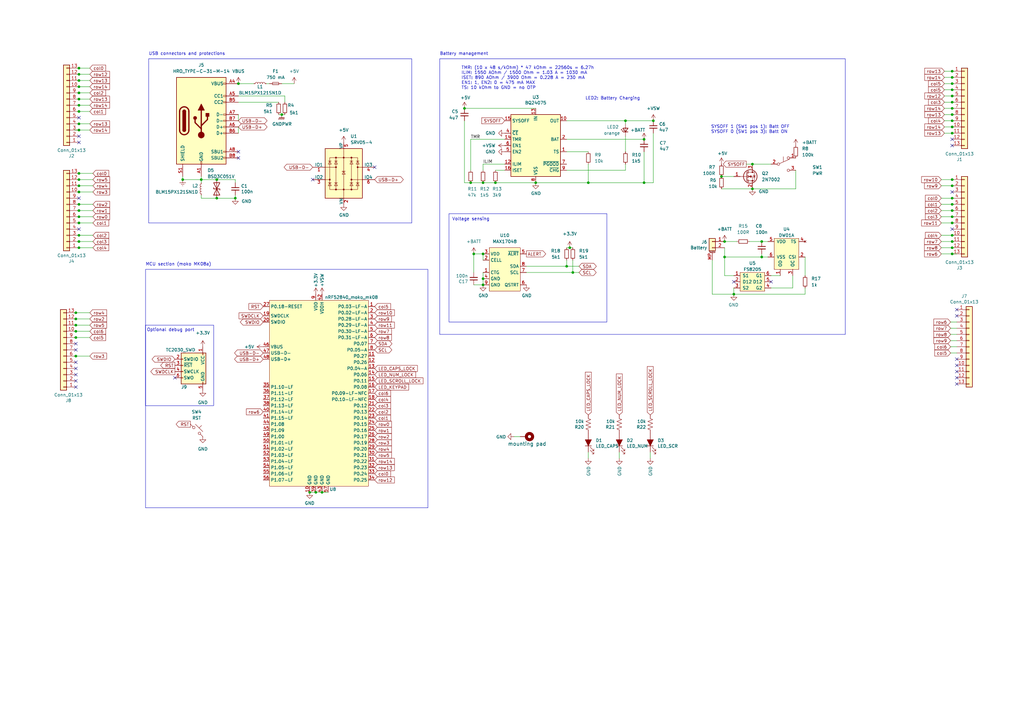
<source format=kicad_sch>
(kicad_sch (version 20250114) (generator "eeschema") (generator_version "9.0")
  (paper "A3")
  (title_block (title "Gorillaz") (rev "0.1") (company "nol00p"))
  (rectangle (start 59.69 133.35) (end 87.63 166.37))
  (rectangle (start 60.96 24.13) (end 168.91 91.44))
  (rectangle (start 180.34 24.13) (end 346.71 137.16))
  (rectangle (start 59.69 110.49) (end 175.514 208.28))
  (rectangle (start 184.15 87.63) (end 248.92 132.08))
  (text "MCU section (moko MK08a)" (at 59.69 109.22 0) (effects (font (size 1.27 1.27)) (justify left bottom)))
  (text "Battery management" (at 180.34 22.86 0) (effects (font (size 1.27 1.27)) (justify left bottom)))
  (text "Voltage sensing" (at 185.42 90.678 0) (effects (font (size 1.27 1.27)) (justify left bottom)))
  (text "USB connectors and protections" (at 60.96 22.86 0) (effects (font (size 1.27 1.27)) (justify left bottom)))
  (text "SYSOFF 1 (SW1 pos 1): Batt OFF\nSYSOFF 0 (SW1 pos 3): Batt ON" (at 291.592 54.864 0) (effects (font (size 1.27 1.27)) (justify left bottom)))
  (text "TMR: (10 x 48 s/kOhm) * 47 kOhm = 22560s = 6.27h\nILIM: 1550 AOhm / 1500 Ohm = 1.03 A = 1030 mA\nISET: 890 AOhm / 3900 Ohm = 0.228 A = 230 mA\nEN1: 1, EN2: 0 = 475 mA MAX\nTS: 10 kOhm to GND = no OTP" (at 189.23 36.83 0) (effects (font (size 1.27 1.27)) (justify left bottom)))
  (text "\nLED2: Battery Charging" (at 240.03 41.148 0) (effects (font (size 1.27 1.27)) (justify left bottom)))
  (text "Optional debug port" (at 60.198 136.144 0) (effects (font (size 1.27 1.27)) (justify left bottom)))
  (junction (at 32.385 50.8))
  (junction (at 297.18 105.41))
  (junction (at 32.385 38.1))
  (junction (at 32.385 96.52))
  (junction (at 390.525 101.6))
  (junction (at 295.91 72.39))
  (junction (at 390.525 31.75))
  (junction (at 32.385 27.94))
  (junction (at 31.115 138.43))
  (junction (at 264.16 74.93))
  (junction (at 193.04 74.93) (diameter 0.9144))
  (junction (at 32.385 35.56))
  (junction (at 390.525 76.2))
  (junction (at 129.54 201.93))
  (junction (at 203.2 74.93) (diameter 0.9144))
  (junction (at 32.385 40.64))
  (junction (at 74.93 73.66))
  (junction (at 198.12 74.93) (diameter 0.9144))
  (junction (at 308.61 67.31))
  (junction (at 32.385 30.48))
  (junction (at 390.525 86.36))
  (junction (at 312.42 99.06))
  (junction (at 267.97 49.53))
  (junction (at 32.385 101.6))
  (junction (at 390.525 29.21))
  (junction (at 31.115 130.81))
  (junction (at 115.57 46.99))
  (junction (at 390.525 88.9))
  (junction (at 297.18 99.06))
  (junction (at 198.12 116.84))
  (junction (at 390.525 46.99))
  (junction (at 390.525 39.37))
  (junction (at 390.525 73.66))
  (junction (at 32.385 76.2))
  (junction (at 190.5 44.45))
  (junction (at 32.385 71.12))
  (junction (at 390.525 54.61))
  (junction (at 390.525 81.28))
  (junction (at 31.115 133.35))
  (junction (at 390.525 44.45))
  (junction (at 32.385 86.36))
  (junction (at 256.54 49.53))
  (junction (at 32.385 78.74))
  (junction (at 300.99 120.65))
  (junction (at 82.55 73.66))
  (junction (at 31.115 146.05))
  (junction (at 31.115 135.89))
  (junction (at 97.79 34.29))
  (junction (at 32.385 43.18))
  (junction (at 31.115 128.27))
  (junction (at 390.525 83.82))
  (junction (at 32.385 88.9))
  (junction (at 233.68 101.6))
  (junction (at 308.61 77.47))
  (junction (at 194.31 104.14))
  (junction (at 88.9 73.66))
  (junction (at 32.385 91.44))
  (junction (at 127 201.93))
  (junction (at 198.12 114.3))
  (junction (at 232.41 109.22))
  (junction (at 198.12 104.14))
  (junction (at 390.525 52.07))
  (junction (at 390.525 99.06))
  (junction (at 32.385 33.02))
  (junction (at 88.9 81.28))
  (junction (at 390.525 49.53))
  (junction (at 390.525 91.44))
  (junction (at 390.525 41.91))
  (junction (at 390.525 104.14))
  (junction (at 312.42 105.41))
  (junction (at 96.52 81.28))
  (junction (at 234.95 111.76))
  (junction (at 219.71 74.93) (diameter 0.9144))
  (junction (at 32.385 83.82))
  (junction (at 32.385 73.66))
  (junction (at 32.385 45.72))
  (junction (at 390.525 34.29))
  (junction (at 241.3 74.93))
  (junction (at 32.385 99.06))
  (junction (at 390.525 96.52))
  (junction (at 264.16 57.15) (diameter 0.9144))
  (junction (at 132.08 201.93))
  (junction (at 390.525 36.83))
  (junction (at 32.385 53.34))
  (no_connect (at 32.385 81.28))
  (no_connect (at 32.385 48.26))
  (no_connect (at 32.385 93.98))
  (no_connect (at 390.525 59.69))
  (no_connect (at 31.115 151.13))
  (no_connect (at 97.79 64.77))
  (no_connect (at 31.115 140.97))
  (no_connect (at 392.43 127))
  (no_connect (at 31.115 143.51))
  (no_connect (at 392.43 129.54))
  (no_connect (at 32.385 55.88))
  (no_connect (at 31.115 158.75))
  (no_connect (at 392.43 157.48))
  (no_connect (at 392.43 152.4))
  (no_connect (at 390.525 78.74))
  (no_connect (at 390.525 57.15))
  (no_connect (at 392.43 149.86))
  (no_connect (at 300.99 115.57))
  (no_connect (at 392.43 154.94))
  (no_connect (at 32.385 58.42))
  (no_connect (at 390.525 93.98))
  (no_connect (at 316.23 115.57))
  (no_connect (at 97.79 62.23))
  (no_connect (at 392.43 147.32))
  (no_connect (at 153.67 68.58))
  (no_connect (at 31.115 148.59))
  (no_connect (at 31.115 156.21))
  (no_connect (at 31.115 153.67))
  (no_connect (at 71.755 154.94))
  (no_connect (at 128.27 73.66))
  (wire (pts (xy 389.89 142.24) (xy 392.43 142.24)))
  (wire (pts (xy 32.385 38.1) (xy 36.83 38.1)))
  (wire (pts (xy 97.79 34.29) (xy 104.14 34.29)))
  (wire (pts (xy 97.79 52.07) (xy 97.79 54.61)))
  (wire (pts (xy 241.3 74.93) (xy 264.16 74.93)))
  (wire (pts (xy 386.08 101.6) (xy 390.525 101.6)))
  (wire (pts (xy 390.525 34.29) (xy 391.16 34.29)))
  (wire (pts (xy 390.525 81.28) (xy 391.16 81.28)))
  (wire (pts (xy 31.115 138.43) (xy 36.83 138.43)))
  (wire (pts (xy 82.55 81.28) (xy 88.9 81.28)))
  (wire (pts (xy 390.525 88.9) (xy 391.16 88.9)))
  (wire (pts (xy 31.115 128.27) (xy 36.83 128.27)))
  (wire (pts (xy 234.95 111.76) (xy 237.49 111.76)))
  (wire (pts (xy 194.31 104.14) (xy 198.12 104.14)))
  (wire (pts (xy 31.115 130.81) (xy 36.83 130.81)))
  (wire (pts (xy 31.75 86.36) (xy 32.385 86.36)))
  (wire (pts (xy 30.48 128.27) (xy 31.115 128.27)))
  (wire (pts (xy 115.57 46.99) (xy 116.84 46.99)))
  (wire (pts (xy 387.35 31.75) (xy 390.525 31.75)))
  (wire (pts (xy 386.08 91.44) (xy 390.525 91.44)))
  (wire (pts (xy 30.48 133.35) (xy 31.115 133.35)))
  (wire (pts (xy 215.9 109.22) (xy 232.41 109.22)))
  (wire (pts (xy 387.35 44.45) (xy 390.525 44.45)))
  (wire (pts (xy 292.1 106.68) (xy 292.1 120.65)))
  (wire (pts (xy 297.18 113.03) (xy 300.99 113.03)))
  (wire (pts (xy 32.385 96.52) (xy 38.1 96.52)))
  (wire (pts (xy 97.79 46.99) (xy 97.79 49.53)))
  (wire (pts (xy 330.2 105.41) (xy 330.2 113.03)))
  (wire (pts (xy 203.2 69.85) (xy 207.01 69.85)))
  (wire (pts (xy 387.35 29.21) (xy 390.525 29.21)))
  (wire (pts (xy 30.48 146.05) (xy 31.115 146.05)))
  (wire (pts (xy 241.3 67.31) (xy 241.3 74.93)))
  (wire (pts (xy 32.385 33.02) (xy 36.83 33.02)))
  (wire (pts (xy 386.08 96.52) (xy 390.525 96.52)))
  (wire (pts (xy 386.08 83.82) (xy 390.525 83.82)))
  (wire (pts (xy 386.08 99.06) (xy 390.525 99.06)))
  (wire (pts (xy 241.3 187.96) (xy 241.3 185.42)))
  (wire (pts (xy 266.7 187.96) (xy 266.7 185.42)))
  (wire (pts (xy 198.12 74.93) (xy 203.2 74.93)))
  (wire (pts (xy 232.41 62.23) (xy 241.3 62.23)))
  (wire (pts (xy 386.08 73.66) (xy 390.525 73.66)))
  (wire (pts (xy 190.5 44.45) (xy 219.71 44.45)))
  (wire (pts (xy 32.385 83.82) (xy 38.1 83.82)))
  (wire (pts (xy 390.525 104.14) (xy 392.43 104.14)))
  (wire (pts (xy 232.41 49.53) (xy 256.54 49.53)))
  (wire (pts (xy 32.385 91.44) (xy 38.1 91.44)))
  (wire (pts (xy 314.96 105.41) (xy 312.42 105.41)))
  (wire (pts (xy 32.385 99.06) (xy 38.1 99.06)))
  (wire (pts (xy 256.54 50.8) (xy 256.54 49.53)))
  (wire (pts (xy 193.04 57.15) (xy 207.01 57.15)))
  (wire (pts (xy 32.385 35.56) (xy 36.83 35.56)))
  (wire (pts (xy 30.48 138.43) (xy 31.115 138.43)))
  (wire (pts (xy 307.34 99.06) (xy 312.42 99.06)))
  (wire (pts (xy 387.35 52.07) (xy 390.525 52.07)))
  (wire (pts (xy 198.12 104.14) (xy 198.12 106.68)))
  (wire (pts (xy 387.35 34.29) (xy 390.525 34.29)))
  (wire (pts (xy 232.41 109.22) (xy 232.41 106.68)))
  (wire (pts (xy 267.97 74.93) (xy 264.16 74.93)))
  (wire (pts (xy 82.55 72.39) (xy 82.55 73.66)))
  (wire (pts (xy 326.39 77.47) (xy 308.61 77.47)))
  (wire (pts (xy 232.41 69.85) (xy 256.54 69.85)))
  (wire (pts (xy 386.08 86.36) (xy 390.525 86.36)))
  (wire (pts (xy 96.52 81.28) (xy 88.9 81.28)))
  (wire (pts (xy 32.385 73.66) (xy 38.1 73.66)))
  (wire (pts (xy 198.12 67.31) (xy 207.01 67.31)))
  (wire (pts (xy 31.75 38.1) (xy 32.385 38.1)))
  (wire (pts (xy 390.525 76.2) (xy 391.16 76.2)))
  (wire (pts (xy 232.41 57.15) (xy 264.16 57.15)))
  (wire (pts (xy 390.525 101.6) (xy 391.16 101.6)))
  (wire (pts (xy 390.525 73.66) (xy 391.16 73.66)))
  (wire (pts (xy 31.75 33.02) (xy 32.385 33.02)))
  (wire (pts (xy 308.61 67.31) (xy 316.23 67.31)))
  (wire (pts (xy 198.12 67.31) (xy 198.12 69.85)))
  (wire (pts (xy 109.22 34.29) (xy 110.49 34.29)))
  (wire (pts (xy 390.525 29.21) (xy 391.16 29.21)))
  (wire (pts (xy 316.23 118.11) (xy 325.12 118.11)))
  (wire (pts (xy 390.525 52.07) (xy 391.16 52.07)))
  (wire (pts (xy 390.525 39.37) (xy 391.16 39.37)))
  (wire (pts (xy 30.48 53.34) (xy 32.385 53.34)))
  (wire (pts (xy 32.385 86.36) (xy 38.1 86.36)))
  (wire (pts (xy 198.12 114.3) (xy 198.12 116.84)))
  (wire (pts (xy 254 187.96) (xy 254 185.42)))
  (wire (pts (xy 389.89 132.08) (xy 392.43 132.08)))
  (wire (pts (xy 387.35 36.83) (xy 390.525 36.83)))
  (wire (pts (xy 96.52 73.66) (xy 88.9 73.66)))
  (wire (pts (xy 256.54 55.88) (xy 256.54 62.23)))
  (wire (pts (xy 97.79 41.91) (xy 114.3 41.91)))
  (wire (pts (xy 386.08 81.28) (xy 390.525 81.28)))
  (wire (pts (xy 190.5 49.53) (xy 190.5 74.93)))
  (wire (pts (xy 390.525 86.36) (xy 391.16 86.36)))
  (wire (pts (xy 312.42 105.41) (xy 312.42 104.14)))
  (wire (pts (xy 31.115 133.35) (xy 36.83 133.35)))
  (wire (pts (xy 210.82 179.07) (xy 213.36 179.07)))
  (wire (pts (xy 31.75 27.94) (xy 32.385 27.94)))
  (wire (pts (xy 232.41 109.22) (xy 237.49 109.22)))
  (wire (pts (xy 82.55 80.01) (xy 82.55 81.28)))
  (wire (pts (xy 32.385 43.18) (xy 36.83 43.18)))
  (wire (pts (xy 116.84 39.37) (xy 97.79 39.37)))
  (wire (pts (xy 74.93 72.39) (xy 74.93 73.66)))
  (wire (pts (xy 31.115 135.89) (xy 36.83 135.89)))
  (wire (pts (xy 219.71 74.93) (xy 241.3 74.93)))
  (wire (pts (xy 297.18 105.41) (xy 312.42 105.41)))
  (wire (pts (xy 264.16 62.23) (xy 264.16 74.93)))
  (wire (pts (xy 193.04 57.15) (xy 193.04 69.85)))
  (wire (pts (xy 325.12 118.11) (xy 325.12 113.03)))
  (wire (pts (xy 31.75 50.8) (xy 32.385 50.8)))
  (wire (pts (xy 30.48 135.89) (xy 31.115 135.89)))
  (wire (pts (xy 31.115 146.05) (xy 36.83 146.05)))
  (wire (pts (xy 31.75 45.72) (xy 32.385 45.72)))
  (wire (pts (xy 31.75 78.74) (xy 32.385 78.74)))
  (wire (pts (xy 295.91 77.47) (xy 308.61 77.47)))
  (wire (pts (xy 234.95 111.76) (xy 234.95 106.68)))
  (wire (pts (xy 389.89 134.62) (xy 392.43 134.62)))
  (wire (pts (xy 390.525 44.45) (xy 391.16 44.45)))
  (wire (pts (xy 96.52 74.93) (xy 96.52 73.66)))
  (wire (pts (xy 390.525 41.91) (xy 391.16 41.91)))
  (wire (pts (xy 32.385 50.8) (xy 36.83 50.8)))
  (wire (pts (xy 295.91 72.39) (xy 300.99 72.39)))
  (wire (pts (xy 31.75 35.56) (xy 32.385 35.56)))
  (wire (pts (xy 31.75 43.18) (xy 32.385 43.18)))
  (wire (pts (xy 390.525 49.53) (xy 391.16 49.53)))
  (wire (pts (xy 32.385 76.2) (xy 38.1 76.2)))
  (wire (pts (xy 387.35 41.91) (xy 390.525 41.91)))
  (wire (pts (xy 82.55 73.66) (xy 82.55 74.93)))
  (wire (pts (xy 390.525 46.99) (xy 391.16 46.99)))
  (wire (pts (xy 386.08 104.14) (xy 390.525 104.14)))
  (wire (pts (xy 203.2 74.93) (xy 219.71 74.93)))
  (wire (pts (xy 292.1 120.65) (xy 300.99 120.65)))
  (wire (pts (xy 297.18 105.41) (xy 297.18 113.03)))
  (wire (pts (xy 190.5 74.93) (xy 193.04 74.93)))
  (wire (pts (xy 297.18 101.6) (xy 297.18 105.41)))
  (wire (pts (xy 32.385 40.64) (xy 36.83 40.64)))
  (wire (pts (xy 316.23 113.03) (xy 320.04 113.03)))
  (wire (pts (xy 306.07 67.31) (xy 308.61 67.31)))
  (wire (pts (xy 267.97 54.61) (xy 267.97 74.93)))
  (wire (pts (xy 31.75 83.82) (xy 32.385 83.82)))
  (wire (pts (xy 387.35 39.37) (xy 390.525 39.37)))
  (wire (pts (xy 312.42 99.06) (xy 314.96 99.06)))
  (wire (pts (xy 256.54 49.53) (xy 267.97 49.53)))
  (wire (pts (xy 232.41 101.6) (xy 233.68 101.6)))
  (wire (pts (xy 215.9 111.76) (xy 234.95 111.76)))
  (wire (pts (xy 256.54 67.31) (xy 256.54 69.85)))
  (wire (pts (xy 194.31 104.14) (xy 194.31 111.76)))
  (wire (pts (xy 115.57 34.29) (xy 120.65 34.29)))
  (wire (pts (xy 88.9 73.66) (xy 82.55 73.66)))
  (wire (pts (xy 300.99 120.65) (xy 330.2 120.65)))
  (wire (pts (xy 31.75 91.44) (xy 32.385 91.44)))
  (wire (pts (xy 330.2 120.65) (xy 330.2 118.11)))
  (wire (pts (xy 386.08 88.9) (xy 390.525 88.9)))
  (wire (pts (xy 114.3 46.99) (xy 115.57 46.99)))
  (wire (pts (xy 389.89 144.78) (xy 392.43 144.78)))
  (wire (pts (xy 32.385 78.74) (xy 38.1 78.74)))
  (wire (pts (xy 300.99 118.11) (xy 300.99 120.65)))
  (wire (pts (xy 387.35 54.61) (xy 390.525 54.61)))
  (wire (pts (xy 127 201.93) (xy 129.54 201.93)))
  (wire (pts (xy 32.385 30.48) (xy 36.83 30.48)))
  (wire (pts (xy 32.385 71.12) (xy 38.1 71.12)))
  (wire (pts (xy 129.54 201.93) (xy 132.08 201.93)))
  (wire (pts (xy 32.385 88.9) (xy 38.1 88.9)))
  (wire (pts (xy 132.08 201.93) (xy 134.62 201.93)))
  (wire (pts (xy 31.75 96.52) (xy 32.385 96.52)))
  (wire (pts (xy 386.08 76.2) (xy 390.525 76.2)))
  (wire (pts (xy 297.18 99.06) (xy 302.26 99.06)))
  (wire (pts (xy 32.385 27.94) (xy 36.83 27.94)))
  (wire (pts (xy 389.89 139.7) (xy 392.43 139.7)))
  (wire (pts (xy 31.75 73.66) (xy 32.385 73.66)))
  (wire (pts (xy 389.89 137.16) (xy 392.43 137.16)))
  (wire (pts (xy 31.75 71.12) (xy 32.385 71.12)))
  (wire (pts (xy 31.75 88.9) (xy 32.385 88.9)))
  (wire (pts (xy 74.93 73.66) (xy 82.55 73.66)))
  (wire (pts (xy 198.12 111.76) (xy 198.12 114.3)))
  (wire (pts (xy 193.04 74.93) (xy 198.12 74.93)))
  (wire (pts (xy 390.525 54.61) (xy 391.16 54.61)))
  (wire (pts (xy 116.84 41.91) (xy 116.84 39.37)))
  (wire (pts (xy 32.385 53.34) (xy 36.83 53.34)))
  (wire (pts (xy 96.52 81.28) (xy 96.52 80.01)))
  (wire (pts (xy 390.525 99.06) (xy 391.16 99.06)))
  (wire (pts (xy 31.75 76.2) (xy 32.385 76.2)))
  (wire (pts (xy 387.35 49.53) (xy 390.525 49.53)))
  (wire (pts (xy 390.525 91.44) (xy 391.16 91.44)))
  (wire (pts (xy 31.75 40.64) (xy 32.385 40.64)))
  (wire (pts (xy 390.525 36.83) (xy 391.16 36.83)))
  (wire (pts (xy 326.39 69.85) (xy 326.39 77.47)))
  (wire (pts (xy 233.68 101.6) (xy 234.95 101.6)))
  (wire (pts (xy 32.385 45.72) (xy 36.83 45.72)))
  (wire (pts (xy 194.31 116.84) (xy 198.12 116.84)))
  (wire (pts (xy 31.75 101.6) (xy 32.385 101.6)))
  (wire (pts (xy 31.75 30.48) (xy 32.385 30.48)))
  (wire (pts (xy 390.525 31.75) (xy 391.16 31.75)))
  (wire (pts (xy 390.525 83.82) (xy 391.16 83.82)))
  (wire (pts (xy 30.48 130.81) (xy 31.115 130.81)))
  (wire (pts (xy 390.525 96.52) (xy 391.16 96.52)))
  (wire (pts (xy 31.75 99.06) (xy 32.385 99.06)))
  (wire (pts (xy 387.35 46.99) (xy 390.525 46.99)))
  (wire (pts (xy 32.385 101.6) (xy 38.1 101.6)))
  (label "ILIM" (at 198.12 67.31 0))
  (label "TMR" (at 193.04 57.15 0))
  (global_label "row12" (shape input) (at 36.83 30.48 0) (property "Intersheetrefs" "${INTERSHEET_REFS}" (effects (hide yes))))
  (global_label "row7" (shape input) (at 386.08 99.06 180) (property "Intersheetrefs" "${INTERSHEET_REFS}" (effects (hide yes))))
  (global_label "row13" (shape input) (at 387.35 46.99 180) (property "Intersheetrefs" "${INTERSHEET_REFS}" (effects (hide yes))))
  (global_label "col1" (shape input) (at 36.83 45.72 0) (property "Intersheetrefs" "${INTERSHEET_REFS}" (effects (hide yes))))
  (global_label "ALERT" (shape output) (at 215.9 104.14 0) (property "Intersheetrefs" "${INTERSHEET_REFS}" (effects (hide yes))))
  (global_label "col5" (shape input) (at 387.35 36.83 180) (property "Intersheetrefs" "${INTERSHEET_REFS}" (effects (hide yes))))
  (global_label "USB-D+" (shape bidirectional) (at 153.67 73.66 0) (property "Intersheetrefs" "${INTERSHEET_REFS}" (effects (hide yes))))
  (global_label "row9" (shape input) (at 153.67 130.81 0) (property "Intersheetrefs" "${INTERSHEET_REFS}" (effects (hide yes))))
  (global_label "col6" (shape input) (at 389.89 142.24 180) (property "Intersheetrefs" "${INTERSHEET_REFS}" (effects (hide yes))))
  (global_label "LED_CAPS_LOCK" (shape input) (at 153.67 151.13 0) (property "Intersheetrefs" "${INTERSHEET_REFS}" (effects (hide yes))))
  (global_label "row6" (shape input) (at 107.95 168.91 180) (property "Intersheetrefs" "${INTERSHEET_REFS}" (effects (hide yes))))
  (global_label "col6" (shape input) (at 36.83 135.89 0) (property "Intersheetrefs" "${INTERSHEET_REFS}" (effects (hide yes))))
  (global_label "row0" (shape input) (at 38.1 88.9 0) (property "Intersheetrefs" "${INTERSHEET_REFS}" (effects (hide yes))))
  (global_label "row14" (shape input) (at 387.35 44.45 180) (property "Intersheetrefs" "${INTERSHEET_REFS}" (effects (hide yes))))
  (global_label "row14" (shape input) (at 387.35 31.75 180) (property "Intersheetrefs" "${INTERSHEET_REFS}" (effects (hide yes))))
  (global_label "row14" (shape input) (at 36.83 35.56 0) (property "Intersheetrefs" "${INTERSHEET_REFS}" (effects (hide yes))))
  (global_label "USB-D-" (shape bidirectional) (at 107.95 144.78 180) (property "Intersheetrefs" "${INTERSHEET_REFS}" (effects (hide yes))))
  (global_label "SWDCLK" (shape output) (at 71.755 152.4 180) (property "Intersheetrefs" "${INTERSHEET_REFS}" (effects (hide yes))))
  (global_label "LED_SCROLL_LOCK" (shape input) (at 266.7 170.18 90) (property "Intersheetrefs" "${INTERSHEET_REFS}" (effects (hide yes))))
  (global_label "row13" (shape input) (at 387.35 29.21 180) (property "Intersheetrefs" "${INTERSHEET_REFS}" (effects (hide yes))))
  (global_label "row5" (shape input) (at 38.1 73.66 0) (property "Intersheetrefs" "${INTERSHEET_REFS}" (effects (hide yes))))
  (global_label "USB-D+" (shape bidirectional) (at 97.79 52.07 0) (property "Intersheetrefs" "${INTERSHEET_REFS}" (effects (hide yes))))
  (global_label "row3" (shape input) (at 153.67 181.61 0) (property "Intersheetrefs" "${INTERSHEET_REFS}" (effects (hide yes))))
  (global_label "row1" (shape input) (at 153.67 176.53 0) (property "Intersheetrefs" "${INTERSHEET_REFS}" (effects (hide yes))))
  (global_label "row7" (shape input) (at 389.89 134.62 180) (property "Intersheetrefs" "${INTERSHEET_REFS}" (effects (hide yes))))
  (global_label "row14" (shape input) (at 387.35 52.07 180) (property "Intersheetrefs" "${INTERSHEET_REFS}" (effects (hide yes))))
  (global_label "row13" (shape input) (at 36.83 50.8 0) (property "Intersheetrefs" "${INTERSHEET_REFS}" (effects (hide yes))))
  (global_label "row8" (shape input) (at 153.67 138.43 0) (property "Intersheetrefs" "${INTERSHEET_REFS}" (effects (hide yes))))
  (global_label "RST" (shape input) (at 107.95 125.73 180) (property "Intersheetrefs" "${INTERSHEET_REFS}" (effects (hide yes))))
  (global_label "col3" (shape input) (at 386.08 88.9 180) (property "Intersheetrefs" "${INTERSHEET_REFS}" (effects (hide yes))))
  (global_label "SDA" (shape bidirectional) (at 153.67 140.97 0) (property "Intersheetrefs" "${INTERSHEET_REFS}" (effects (hide yes))))
  (global_label "row9" (shape input) (at 389.89 139.7 180) (property "Intersheetrefs" "${INTERSHEET_REFS}" (effects (hide yes))))
  (global_label "LED_NUM_LOCK" (shape input) (at 254 170.18 90) (property "Intersheetrefs" "${INTERSHEET_REFS}" (effects (hide yes))))
  (global_label "col0" (shape input) (at 36.83 27.94 0) (property "Intersheetrefs" "${INTERSHEET_REFS}" (effects (hide yes))))
  (global_label "col0" (shape input) (at 386.08 81.28 180) (property "Intersheetrefs" "${INTERSHEET_REFS}" (effects (hide yes))))
  (global_label "col5" (shape input) (at 387.35 34.29 180) (property "Intersheetrefs" "${INTERSHEET_REFS}" (effects (hide yes))))
  (global_label "row0" (shape input) (at 153.67 173.99 0) (property "Intersheetrefs" "${INTERSHEET_REFS}" (effects (hide yes))))
  (global_label "RST" (shape output) (at 78.105 173.99 180) (property "Intersheetrefs" "${INTERSHEET_REFS}" (effects (hide yes))))
  (global_label "row9" (shape input) (at 386.08 76.2 180) (property "Intersheetrefs" "${INTERSHEET_REFS}" (effects (hide yes))))
  (global_label "row2" (shape input) (at 36.83 130.81 0) (property "Intersheetrefs" "${INTERSHEET_REFS}" (effects (hide yes))))
  (global_label "row14" (shape input) (at 36.83 53.34 0) (property "Intersheetrefs" "${INTERSHEET_REFS}" (effects (hide yes))))
  (global_label "col5" (shape input) (at 389.89 144.78 180) (property "Intersheetrefs" "${INTERSHEET_REFS}" (effects (hide yes))))
  (global_label "SDA" (shape bidirectional) (at 237.49 109.22 0) (property "Intersheetrefs" "${INTERSHEET_REFS}" (effects (hide yes))))
  (global_label "row11" (shape input) (at 386.08 91.44 180) (property "Intersheetrefs" "${INTERSHEET_REFS}" (effects (hide yes))))
  (global_label "row2" (shape input) (at 38.1 83.82 0) (property "Intersheetrefs" "${INTERSHEET_REFS}" (effects (hide yes))))
  (global_label "row12" (shape input) (at 153.67 196.85 0) (property "Intersheetrefs" "${INTERSHEET_REFS}" (effects (hide yes))))
  (global_label "col2" (shape input) (at 153.67 168.91 0) (property "Intersheetrefs" "${INTERSHEET_REFS}" (effects (hide yes))))
  (global_label "col3" (shape input) (at 153.67 166.37 0) (property "Intersheetrefs" "${INTERSHEET_REFS}" (effects (hide yes))))
  (global_label "col1" (shape input) (at 153.67 171.45 0) (property "Intersheetrefs" "${INTERSHEET_REFS}" (effects (hide yes))))
  (global_label "col4" (shape input) (at 153.67 163.83 0) (property "Intersheetrefs" "${INTERSHEET_REFS}" (effects (hide yes))))
  (global_label "SYSOFF" (shape input) (at 207.01 49.53 180) (property "Intersheetrefs" "${INTERSHEET_REFS}" (effects (hide yes))))
  (global_label "SWDCLK" (shape input) (at 107.95 129.54 180) (property "Intersheetrefs" "${INTERSHEET_REFS}" (effects (hide yes))))
  (global_label "col5" (shape input) (at 36.83 138.43 0) (property "Intersheetrefs" "${INTERSHEET_REFS}" (effects (hide yes))))
  (global_label "row8" (shape input) (at 386.08 101.6 180) (property "Intersheetrefs" "${INTERSHEET_REFS}" (effects (hide yes))))
  (global_label "row3" (shape input) (at 36.83 146.05 0) (property "Intersheetrefs" "${INTERSHEET_REFS}" (effects (hide yes))))
  (global_label "SYSOFF" (shape output) (at 306.07 67.31 180) (property "Intersheetrefs" "${INTERSHEET_REFS}" (effects (hide yes))))
  (global_label "LED_KEYPAD" (shape input) (at 153.67 158.75 0) (property "Intersheetrefs" "${INTERSHEET_REFS}" (effects (hide yes))))
  (global_label "row4" (shape input) (at 36.83 128.27 0) (property "Intersheetrefs" "${INTERSHEET_REFS}" (effects (hide yes))))
  (global_label "col3" (shape input) (at 387.35 41.91 180) (property "Intersheetrefs" "${INTERSHEET_REFS}" (effects (hide yes))))
  (global_label "col2" (shape input) (at 386.08 86.36 180) (property "Intersheetrefs" "${INTERSHEET_REFS}" (effects (hide yes))))
  (global_label "RST" (shape output) (at 71.755 149.86 180) (property "Intersheetrefs" "${INTERSHEET_REFS}" (effects (hide yes))))
  (global_label "row12" (shape input) (at 387.35 39.37 180) (property "Intersheetrefs" "${INTERSHEET_REFS}" (effects (hide yes))))
  (global_label "LED_SCROLL_LOCK" (shape input) (at 153.67 156.21 0) (property "Intersheetrefs" "${INTERSHEET_REFS}" (effects (hide yes))))
  (global_label "col0" (shape input) (at 153.67 194.31 0) (property "Intersheetrefs" "${INTERSHEET_REFS}" (effects (hide yes))))
  (global_label "row4" (shape input) (at 153.67 184.15 0) (property "Intersheetrefs" "${INTERSHEET_REFS}" (effects (hide yes))))
  (global_label "col4" (shape input) (at 38.1 101.6 0) (property "Intersheetrefs" "${INTERSHEET_REFS}" (effects (hide yes))))
  (global_label "col2" (shape input) (at 36.83 38.1 0) (property "Intersheetrefs" "${INTERSHEET_REFS}" (effects (hide yes))))
  (global_label "SWDIO" (shape bidirectional) (at 107.95 132.08 180) (property "Intersheetrefs" "${INTERSHEET_REFS}" (effects (hide yes))))
  (global_label "row13" (shape input) (at 153.67 191.77 0) (property "Intersheetrefs" "${INTERSHEET_REFS}" (effects (hide yes))))
  (global_label "row1" (shape input) (at 38.1 86.36 0) (property "Intersheetrefs" "${INTERSHEET_REFS}" (effects (hide yes))))
  (global_label "LED_NUM_LOCK" (shape input) (at 153.67 153.67 0) (property "Intersheetrefs" "${INTERSHEET_REFS}" (effects (hide yes))))
  (global_label "col6" (shape input) (at 153.67 161.29 0) (property "Intersheetrefs" "${INTERSHEET_REFS}" (effects (hide yes))))
  (global_label "row5" (shape input) (at 36.83 133.35 0) (property "Intersheetrefs" "${INTERSHEET_REFS}" (effects (hide yes))))
  (global_label "USB-D-" (shape bidirectional) (at 97.79 49.53 0) (property "Intersheetrefs" "${INTERSHEET_REFS}" (effects (hide yes))))
  (global_label "row5" (shape input) (at 153.67 186.69 0) (property "Intersheetrefs" "${INTERSHEET_REFS}" (effects (hide yes))))
  (global_label "row13" (shape input) (at 387.35 54.61 180) (property "Intersheetrefs" "${INTERSHEET_REFS}" (effects (hide yes))))
  (global_label "col3" (shape input) (at 38.1 99.06 0) (property "Intersheetrefs" "${INTERSHEET_REFS}" (effects (hide yes))))
  (global_label "col5" (shape input) (at 153.67 125.73 0) (property "Intersheetrefs" "${INTERSHEET_REFS}" (effects (hide yes))))
  (global_label "row7" (shape input) (at 153.67 135.89 0) (property "Intersheetrefs" "${INTERSHEET_REFS}" (effects (hide yes))))
  (global_label "SCL" (shape bidirectional) (at 237.49 111.76 0) (property "Intersheetrefs" "${INTERSHEET_REFS}" (effects (hide yes))))
  (global_label "col4" (shape input) (at 386.08 96.52 180) (property "Intersheetrefs" "${INTERSHEET_REFS}" (effects (hide yes))))
  (global_label "row10" (shape input) (at 153.67 128.27 0) (property "Intersheetrefs" "${INTERSHEET_REFS}" (effects (hide yes))))
  (global_label "row6" (shape input) (at 386.08 104.14 180) (property "Intersheetrefs" "${INTERSHEET_REFS}" (effects (hide yes))))
  (global_label "row14" (shape input) (at 153.67 189.23 0) (property "Intersheetrefs" "${INTERSHEET_REFS}" (effects (hide yes))))
  (global_label "row4" (shape input) (at 38.1 76.2 0) (property "Intersheetrefs" "${INTERSHEET_REFS}" (effects (hide yes))))
  (global_label "SCL" (shape bidirectional) (at 153.67 143.51 0) (property "Intersheetrefs" "${INTERSHEET_REFS}" (effects (hide yes))))
  (global_label "row13" (shape input) (at 36.83 40.64 0) (property "Intersheetrefs" "${INTERSHEET_REFS}" (effects (hide yes))))
  (global_label "col1" (shape input) (at 386.08 83.82 180) (property "Intersheetrefs" "${INTERSHEET_REFS}" (effects (hide yes))))
  (global_label "row2" (shape input) (at 153.67 179.07 0) (property "Intersheetrefs" "${INTERSHEET_REFS}" (effects (hide yes))))
  (global_label "col2" (shape input) (at 38.1 96.52 0) (property "Intersheetrefs" "${INTERSHEET_REFS}" (effects (hide yes))))
  (global_label "USB-D-" (shape bidirectional) (at 128.27 68.58 180) (property "Intersheetrefs" "${INTERSHEET_REFS}" (effects (hide yes))))
  (global_label "row11" (shape input) (at 153.67 133.35 0) (property "Intersheetrefs" "${INTERSHEET_REFS}" (effects (hide yes))))
  (global_label "SWDIO" (shape bidirectional) (at 71.755 147.32 180) (property "Intersheetrefs" "${INTERSHEET_REFS}" (effects (hide yes))))
  (global_label "row6" (shape input) (at 389.89 132.08 180) (property "Intersheetrefs" "${INTERSHEET_REFS}" (effects (hide yes))))
  (global_label "LED_CAPS_LOCK" (shape input) (at 241.3 170.18 90) (property "Intersheetrefs" "${INTERSHEET_REFS}" (effects (hide yes))))
  (global_label "USB-D+" (shape bidirectional) (at 107.95 147.32 180) (property "Intersheetrefs" "${INTERSHEET_REFS}" (effects (hide yes))))
  (global_label "row3" (shape input) (at 38.1 78.74 0) (property "Intersheetrefs" "${INTERSHEET_REFS}" (effects (hide yes))))
  (global_label "row10" (shape input) (at 386.08 73.66 180) (property "Intersheetrefs" "${INTERSHEET_REFS}" (effects (hide yes))))
  (global_label "col4" (shape input) (at 387.35 49.53 180) (property "Intersheetrefs" "${INTERSHEET_REFS}" (effects (hide yes))))
  (global_label "row14" (shape input) (at 36.83 43.18 0) (property "Intersheetrefs" "${INTERSHEET_REFS}" (effects (hide yes))))
  (global_label "col1" (shape input) (at 38.1 91.44 0) (property "Intersheetrefs" "${INTERSHEET_REFS}" (effects (hide yes))))
  (global_label "col0" (shape input) (at 38.1 71.12 0) (property "Intersheetrefs" "${INTERSHEET_REFS}" (effects (hide yes))))
  (global_label "row13" (shape input) (at 36.83 33.02 0) (property "Intersheetrefs" "${INTERSHEET_REFS}" (effects (hide yes))))
  (global_label "row8" (shape input) (at 389.89 137.16 180) (property "Intersheetrefs" "${INTERSHEET_REFS}" (effects (hide yes))))
  (symbol (lib_id "kicad_port-rescue:Conn_01x13-Connector_Generic") (at 27.305 86.36 180) (unit 1)
    (property "Reference" "J4" (at 29.337 107.1118 0))
    (property "Value" "Conn_01x13" (at 29.337 104.8004 0))
    (property "Footprint" "Molex_0039532135" (effects (hide yes)))
  )
  (symbol (lib_id "kicad_port-rescue:Conn_01x13-Connector_Generic") (at 395.605 88.9 0) (unit 1)
    (property "Reference" "J3" (at 393.5476 109.855 0))
    (property "Value" "Conn_01x13" (at 393.5476 107.5436 0))
    (property "Footprint" "Local:Molex_0039532135" (effects (hide yes)))
  )
  (symbol (lib_id "kicad_port-rescue:Conn_01x13-Connector_Generic") (at 27.305 43.18 180) (unit 1)
    (property "Reference" "J2" (at 29.337 63.9318 0))
    (property "Value" "Conn_01x13" (at 29.337 61.6204 0))
    (property "Footprint" "Local:Molex_0039532135" (effects (hide yes)))
  )
  (symbol (lib_id "kicad_port-rescue:Conn_01x13-Connector_Generic") (at 395.605 44.45 0) (unit 1)
    (property "Reference" "J1" (at 393.5476 65.405 0))
    (property "Value" "Conn_01x13" (at 393.5476 63.0936 0))
    (property "Footprint" "Local:Molex_0039532135" (effects (hide yes)))
  )
  (symbol (lib_id "kicad_port-rescue:LED_ALT-Device") (at 241.3 181.61 90) (unit 1)
    (property "Reference" "D1" (at 244.2972 180.6448 90) (effects (justify right)))
    (property "Value" "LED_CAPS" (at 244.2972 182.9562 90) (effects (justify right)))
    (property "Footprint" "LED_SMD:LED_1206_3216Metric" (effects (hide yes)))
  )
  (symbol (lib_id "kicad_port-rescue:LED_ALT-Device") (at 266.7 181.61 90) (unit 1)
    (property "Reference" "D3" (at 269.6972 180.6448 90) (effects (justify right)))
    (property "Value" "LED_SCR" (at 269.6972 182.9562 90) (effects (justify right)))
    (property "Footprint" "LED_SMD:LED_1206_3216Metric" (effects (hide yes)))
  )
  (symbol (lib_id "kicad_port-rescue:R_US-Device") (at 241.3 173.99 180) (unit 1)
    (property "Reference" "R20" (at 239.5728 175.1584 0) (effects (justify left)))
    (property "Value" "10k" (at 239.5728 172.847 0) (effects (justify left)))
    (property "Footprint" "Resistor_SMD:R_0805_2012Metric" (effects (hide yes)))
  )
  (symbol (lib_id "Device:R_Small") (at 326.39 62.23 180) (unit 1)
    (property "Reference" "R8" (at 328.93 60.9599 0) (effects (justify right)))
    (property "Value" "100k" (at 328.93 63.4999 0) (effects (justify right)))
    (property "Footprint" "Resistor_SMD:R_0402_1005Metric" (effects (hide yes)))
  )
  (symbol (lib_id "power:GND") (at 207.01 54.61 270) (unit 1)
    (property "Reference" "#PWR023" (effects (hide yes)))
    (property "Value" "GND" (at 203.2 54.6099 90) (effects (justify right)))
  )
  (symbol (lib_id "power:+5V") (at 120.65 34.29 0) (unit 1)
    (property "Reference" "#PWR0102" (effects (hide yes)))
    (property "Value" "+5V" (at 120.65 29.21 0))
  )
  (symbol (lib_id "Device:R_Small") (at 198.12 72.39 0) (unit 1)
    (property "Reference" "R12" (at 196.85 77.47 0) (effects (justify left)))
    (property "Value" "1k5" (at 196.85 80.01 0) (effects (justify left)))
    (property "Footprint" "Resistor_SMD:R_0402_1005Metric" (effects (hide yes)))
  )
  (symbol (lib_id "kicad_port-rescue:Conn_01x13-Connector_Generic") (at 26.035 143.51 180) (unit 1)
    (property "Reference" "J8" (at 28.067 164.2618 0))
    (property "Value" "Conn_01x13" (at 28.067 161.9504 0))
    (property "Footprint" "Local:Molex_0039532135" (effects (hide yes)))
  )
  (symbol (lib_id "Device:R_Small") (at 116.84 44.45 0) (mirror x) (unit 1)
    (property "Reference" "R4" (at 120.65 43.18 0) (effects (justify right)))
    (property "Value" "5k1" (at 122.428 46.228 0) (effects (justify right)))
    (property "Footprint" "Resistor_SMD:R_0402_1005Metric" (effects (hide yes)))
  )
  (symbol (lib_id "power:+5V") (at 190.5 44.45 0) (unit 1)
    (property "Reference" "#PWR017" (effects (hide yes)))
    (property "Value" "+5V" (at 190.881 40.0558 0))
  )
  (symbol (lib_id "power:+BATT") (at 326.39 59.69 0) (unit 1)
    (property "Reference" "#PWR010" (effects (hide yes)))
    (property "Value" "+BATT" (at 328.93 58.4199 0) (effects (justify left)))
  )
  (symbol (lib_id "PCM_marbastlib-various:TC2030_SWD") (at 78.105 152.4 0) (unit 1)
    (property "Reference" "J9" (at 74.295 158.75 0) (effects (justify left)))
    (property "Value" "TC2030_SWD" (at 67.945 143.51 0) (effects (justify left)))
    (property "Footprint" "Local:CON_TC2030_outlined" (effects (hide yes)))
  )
  (symbol (lib_id "power:GND") (at 96.52 81.28 0) (unit 1)
    (property "Reference" "#PWR02" (effects (hide yes)))
    (property "Value" "GND" (at 99.06 82.5499 0) (effects (justify left)))
  )
  (symbol (lib_id "kicad_port-rescue:R_US-Device") (at 266.7 173.99 180) (unit 1)
    (property "Reference" "R22" (at 264.9728 175.1584 0) (effects (justify left)))
    (property "Value" "10k" (at 264.9728 172.847 0) (effects (justify left)))
    (property "Footprint" "Resistor_SMD:R_0805_2012Metric" (effects (hide yes)))
  )
  (symbol (lib_id "power:GND") (at 300.99 120.65 0) (mirror y) (unit 1)
    (property "Reference" "#PWR035" (effects (hide yes)))
    (property "Value" "GND" (at 300.863 125.0442 0))
  )
  (symbol (lib_id "Device:L_Small") (at 106.68 34.29 90) (unit 1)
    (property "Reference" "L1" (at 106.68 35.56 90))
    (property "Value" "BLM15PX121SN1D" (at 106.68 38.1 90))
    (property "Footprint" "Inductor_SMD:L_0402_1005Metric" (effects (hide yes)))
  )
  (symbol (lib_id "Mechanical:MountingHole_Pad") (at 215.9 179.07 270) (unit 1)
    (property "Reference" "H1" (effects (hide yes)))
    (property "Value" "mounting pad" (at 208.28 182.88 90) (effects (font (size 1.4986 1.4986)) (justify left bottom)))
    (property "Footprint" "MountingHole:MountingHole_4.3mm_M4_Pad" (effects (hide yes)))
  )
  (symbol (lib_id "power:+VSW") (at 132.08 120.65 0) (unit 1)
    (property "Reference" "#PWR040" (effects (hide yes)))
    (property "Value" "+VSW" (at 132.08 114.935 90))
  )
  (symbol (lib_id "Device:D_TVS") (at 88.9 77.47 90) (unit 1)
    (property "Reference" "D5" (at 85.09 69.85 90) (effects (justify right)))
    (property "Value" "BSD3C051V" (at 85.09 72.39 90) (effects (justify right)))
    (property "Footprint" "Diode_SMD:D_SOD-323" (effects (hide yes)))
  )
  (symbol (lib_id "Device:L_Small") (at 82.55 77.47 0) (mirror y) (unit 1)
    (property "Reference" "L2" (at 81.28 76.1999 0) (effects (justify left)))
    (property "Value" "BLM15PX121SN1D" (at 81.28 78.7399 0) (effects (justify left)))
    (property "Footprint" "Inductor_SMD:L_0402_1005Metric" (effects (hide yes)))
  )
  (symbol (lib_id "Device:R_Small") (at 193.04 72.39 0) (unit 1)
    (property "Reference" "R11" (at 191.77 77.47 0) (effects (justify left)))
    (property "Value" "47k" (at 191.77 80.01 0) (effects (justify left)))
    (property "Footprint" "Resistor_SMD:R_0402_1005Metric" (effects (hide yes)))
  )
  (symbol (lib_id "Battery_Management:BQ24075RGT") (at 219.71 59.69 0) (unit 1)
    (property "Reference" "U3" (at 219.71 39.8526 0))
    (property "Value" "BQ24075" (at 219.71 42.164 0))
    (property "Footprint" "Package_DFN_QFN:VQFN-16-1EP_3x3mm_P0.5mm_EP1.6x1.6mm" (effects (hide yes)))
    (property "Datasheet" "http://www.ti.com/lit/ds/symlink/bq24075.pdf" (effects (hide yes)))
  )
  (symbol (lib_id "power:VBUS") (at 97.79 34.29 0) (unit 1)
    (property "Reference" "#PWR01" (effects (hide yes)))
    (property "Value" "VBUS" (at 97.79 29.21 0))
  )
  (symbol (lib_id "power:+3.3V") (at 233.68 101.6 0) (unit 1)
    (property "Reference" "#PWR068" (effects (hide yes)))
    (property "Value" "+3.3V" (at 233.68 95.885 0))
  )
  (symbol (lib_id "power:GND") (at 210.82 179.07 270) (unit 1)
    (property "Reference" "#PWR0101" (effects (hide yes)))
    (property "Value" "GND" (at 207.5688 179.197 90) (effects (justify right)))
  )
  (symbol (lib_id "power:+5V") (at 140.97 58.42 0) (unit 1)
    (property "Reference" "#PWR03" (effects (hide yes)))
    (property "Value" "+5V" (at 140.97 53.34 0))
  )
  (symbol (lib_id "Device:R_Small") (at 256.54 64.77 0) (unit 1)
    (property "Reference" "R10" (at 259.08 63.4999 0) (effects (justify left)))
    (property "Value" "1k5" (at 259.08 66.0399 0) (effects (justify left)))
    (property "Footprint" "Resistor_SMD:R_0402_1005Metric" (effects (hide yes)))
  )
  (symbol (lib_id "Device:R_Small") (at 232.41 104.14 180) (unit 1)
    (property "Reference" "R18" (at 229.87 102.87 0) (effects (justify left)))
    (property "Value" "5k1" (at 229.87 105.41 0) (effects (justify left)))
    (property "Footprint" "Resistor_SMD:R_0402_1005Metric" (effects (hide yes)))
  )
  (symbol (lib_id "power:Earth") (at 74.93 73.66 0) (unit 1)
    (property "Reference" "#PWR0103" (effects (hide yes)))
    (property "Value" "Earth" (effects (hide yes)))
  )
  (symbol (lib_id "kicad_port-rescue:LED_ALT-Device") (at 254 181.61 90) (unit 1)
    (property "Reference" "D2" (at 256.9972 180.6448 90) (effects (justify right)))
    (property "Value" "LED_NUM" (at 256.9972 182.9562 90) (effects (justify right)))
    (property "Footprint" "LED_SMD:LED_1206_3216Metric" (effects (hide yes)))
  )
  (symbol (lib_id "Device:Fuse_Small") (at 113.03 34.29 0) (unit 1)
    (property "Reference" "F1" (at 113.03 29.21 0))
    (property "Value" "750 mA" (at 113.03 31.75 0))
    (property "Footprint" "Fuse:Fuse_0603_1608Metric" (effects (hide yes)))
  )
  (symbol (lib_id "Device:C_Small") (at 190.5 46.99 0) (unit 1)
    (property "Reference" "C5" (at 187.96 45.7262 0) (effects (justify right)))
    (property "Value" "4u7" (at 187.96 48.2662 0) (effects (justify right)))
    (property "Footprint" "Capacitor_SMD:C_0402_1005Metric" (effects (hide yes)))
    (property "Notes" "X7R, 10%" (effects (hide yes)))
  )
  (symbol (lib_id "power:GND") (at 140.97 83.82 0) (unit 1)
    (property "Reference" "#PWR09" (effects (hide yes)))
    (property "Value" "GND" (at 141.097 88.2142 0))
  )
  (symbol (lib_id "power:GNDPWR") (at 115.57 46.99 0) (unit 1)
    (property "Reference" "#PWR04" (effects (hide yes)))
    (property "Value" "GNDPWR" (at 115.6716 50.9016 0))
  )
  (symbol (lib_id "power:GND") (at 83.185 160.02 0) (mirror y) (unit 1)
    (property "Reference" "#PWR057" (effects (hide yes)))
    (property "Value" "GND" (at 83.185 165.1 0))
  )
  (symbol (lib_id "Device:R_Small") (at 295.91 74.93 0) (unit 1)
    (property "Reference" "R6" (at 291.084 73.914 0) (effects (justify left)))
    (property "Value" "10k" (at 290.576 76.454 0) (effects (justify left)))
    (property "Footprint" "Resistor_SMD:R_0402_1005Metric" (effects (hide yes)))
  )
  (symbol (lib_id "marbastlib-various:MAX17048") (at 207.01 110.49 0) (unit 1)
    (property "Reference" "U10" (at 207.01 96.52 0))
    (property "Value" "MAX17048" (at 207.01 99.06 0))
    (property "Footprint" "Local:DFN-8-1EP_2x2mm_P0.5mm_EP0.7x1.3mm" (effects (hide yes)))
    (property "Datasheet" "https://datasheets.maximintegrated.com/en/ds/MAX17048-MAX17049.pdf" (effects (hide yes)))
  )
  (symbol (lib_id "Switch:SW_Push_SPDT") (at 321.31 67.31 0) (unit 1)
    (property "Reference" "SW1" (at 335.28 68.58 0))
    (property "Value" "PWR" (at 335.28 71.12 0))
    (property "Footprint" "Mastarlib:SW_MSK12C02-HB" (effects (hide yes)))
  )
  (symbol (lib_id "kicad_port-rescue:GND-power") (at 266.7 187.96 0) (unit 1)
    (property "Reference" "#PWR07" (effects (hide yes)))
    (property "Value" "GND" (at 266.827 191.2112 90) (effects (justify right)))
  )
  (symbol (lib_id "Switch:SW_Push_45deg") (at 80.645 176.53 0) (unit 1)
    (property "Reference" "SW4" (at 80.645 168.91 0))
    (property "Value" "RST" (at 80.645 171.45 0))
    (property "Footprint" "Button_Switch_SMD:SW_SPST_SKQG_WithStem" (effects (hide yes)))
  )
  (symbol (lib_id "Device:LED_Small") (at 256.54 53.34 90) (unit 1)
    (property "Reference" "LED2" (at 248.92 52.07 90) (effects (justify right)))
    (property "Value" "orange" (at 247.65 54.61 90) (effects (justify right)))
    (property "Footprint" "LED_SMD:LED_0402_1005Metric" (effects (hide yes)))
  )
  (symbol (lib_id "kicad_port-rescue:Conn_01x13-Connector_Generic") (at 397.51 142.24 0) (unit 1)
    (property "Reference" "J7" (at 395.478 121.4882 0))
    (property "Value" "Conn_01x13" (at 395.478 123.7996 0))
    (property "Footprint" "Local:Molex_0039532135" (effects (hide yes)))
  )
  (symbol (lib_id "power:GND") (at 207.01 62.23 270) (unit 1)
    (property "Reference" "#PWR027" (effects (hide yes)))
    (property "Value" "GND" (at 203.2 62.2299 90) (effects (justify right)))
  )
  (symbol (lib_id "power:+VSW") (at 207.01 59.69 90) (unit 1)
    (property "Reference" "#PWR025" (effects (hide yes)))
    (property "Value" "+VSW" (at 203.2 59.6899 90) (effects (justify left)))
  )
  (symbol (lib_id "kicad_port-rescue:GND-power") (at 241.3 187.96 0) (unit 1)
    (property "Reference" "#PWR05" (effects (hide yes)))
    (property "Value" "GND" (at 241.427 191.2112 90) (effects (justify right)))
  )
  (symbol (lib_id "PCM_marbastlib-various:nRF52840_moko_mk08") (at 130.81 161.29 0) (unit 1)
    (property "Reference" "U8" (at 136.525 200.66 0))
    (property "Value" "nRF52840_moko_mk08" (at 144.145 121.92 0))
    (property "Footprint" "Mastarlib:nRF52840_moko_mk08" (effects (hide yes)))
    (property "Datasheet" "https://www.mokoblue.com/wp-content/uploads/2021/07/MK08_Bluetooth_Module_Datasheet-V1.0-20112601.pdf" (effects (hide yes)))
  )
  (symbol (lib_id "Device:C_Small") (at 264.16 59.69 0) (unit 1)
    (property "Reference" "C7" (at 270.51 58.6486 0) (effects (justify left)))
    (property "Value" "4u7" (at 270.51 60.96 0) (effects (justify left)))
    (property "Footprint" "Capacitor_SMD:C_0402_1005Metric" (effects (hide yes)))
    (property "Notes" "X7R, 10%" (effects (hide yes)))
  )
  (symbol (lib_id "Connector:USB_C_Receptacle_USB2.0") (at 82.55 49.53 0) (unit 1)
    (property "Reference" "J5" (at 82.55 26.67 0))
    (property "Value" "HRO_TYPE-C-31-M-14" (at 82.55 29.21 0))
    (property "Footprint" "Connector_USB:USB_C_Receptacle_HRO_TYPE-C-31-M-12" (effects (hide yes)))
    (property "Datasheet" "https://www.usb.org/sites/default/files/documents/usb_type-c.zip" (effects (hide yes)))
  )
  (symbol (lib_id "power:GND") (at 215.9 116.84 0) (unit 1)
    (property "Reference" "#PWR073" (effects (hide yes)))
    (property "Value" "GND" (at 216.027 121.2342 0))
  )
  (symbol (lib_id "power:GND") (at 219.71 74.93 0) (unit 1)
    (property "Reference" "#PWR031" (effects (hide yes)))
    (property "Value" "GND" (at 219.837 79.3242 0))
  )
  (symbol (lib_id "kicad_port-rescue:R_US-Device") (at 254 173.99 180) (unit 1)
    (property "Reference" "R21" (at 252.2728 175.1584 0) (effects (justify left)))
    (property "Value" "10k" (at 252.2728 172.847 0) (effects (justify left)))
    (property "Footprint" "Resistor_SMD:R_0805_2012Metric" (effects (hide yes)))
  )
  (symbol (lib_id "Power_Protection:SRV05-4") (at 140.97 71.12 0) (unit 1)
    (property "Reference" "U1" (at 143.7387 55.88 0) (effects (justify left)))
    (property "Value" "SRV05-4" (at 143.7387 58.42 0) (effects (justify left)))
    (property "Footprint" "Package_TO_SOT_SMD:SOT-23-6" (effects (hide yes)))
    (property "Datasheet" "http://www.onsemi.com/pub/Collateral/SRV05-4-D.PDF" (effects (hide yes)))
  )
  (symbol (lib_id "Device:C_Small") (at 194.31 114.3 180) (unit 1)
    (property "Reference" "C17" (at 191.9732 115.4684 0) (effects (justify left)))
    (property "Value" "100n" (at 191.9732 113.157 0) (effects (justify left)))
    (property "Footprint" "Capacitor_SMD:C_0402_1005Metric" (effects (hide yes)))
    (property "Notes" "X7R, 10%" (effects (hide yes)))
  )
  (symbol (lib_id "power:GND") (at 83.185 179.07 0) (mirror y) (unit 1)
    (property "Reference" "#PWR062" (effects (hide yes)))
    (property "Value" "GND" (at 83.185 184.15 0))
  )
  (symbol (lib_id "power:+VSW") (at 267.97 49.53 0) (unit 1)
    (property "Reference" "#PWR021" (effects (hide yes)))
    (property "Value" "+VSW" (at 267.97 44.45 0))
  )
  (symbol (lib_id "power:+BATT") (at 297.18 99.06 0) (mirror y) (unit 1)
    (property "Reference" "#PWR033" (effects (hide yes)))
    (property "Value" "+BATT" (at 297.18 93.98 0))
  )
  (symbol (lib_id "Device:C_Small") (at 267.97 52.07 0) (unit 1)
    (property "Reference" "C6" (at 270.3068 50.9016 0) (effects (justify left)))
    (property "Value" "4u7" (at 270.3068 53.213 0) (effects (justify left)))
    (property "Footprint" "Capacitor_SMD:C_0402_1005Metric" (effects (hide yes)))
    (property "Notes" "X7R, 10%" (effects (hide yes)))
  )
  (symbol (lib_id "power:GND") (at 198.12 116.84 0) (unit 1)
    (property "Reference" "#PWR072" (effects (hide yes)))
    (property "Value" "GND" (at 198.247 121.2342 0))
  )
  (symbol (lib_id "Device:R_Small") (at 234.95 104.14 180) (unit 1)
    (property "Reference" "R19" (at 237.49 102.8699 0) (effects (justify right)))
    (property "Value" "5k1" (at 237.49 105.4099 0) (effects (justify right)))
    (property "Footprint" "Resistor_SMD:R_0402_1005Metric" (effects (hide yes)))
  )
  (symbol (lib_id "Transistor_FET:2N7002") (at 306.07 72.39 0) (unit 1)
    (property "Reference" "Q2" (at 312.42 71.1199 0) (effects (justify left)))
    (property "Value" "2N7002" (at 312.42 73.6599 0) (effects (justify left)))
    (property "Footprint" "Package_TO_SOT_SMD:SOT-23" (effects (hide yes)))
    (property "Datasheet" "https://www.onsemi.com/pub/Collateral/NDS7002A-D.PDF" (effects (hide yes)))
  )
  (symbol (lib_id "Device:R_Small") (at 241.3 64.77 0) (unit 1)
    (property "Reference" "R9" (at 243.84 63.4999 0) (effects (justify left)))
    (property "Value" "10k" (at 243.84 66.0399 0) (effects (justify left)))
    (property "Footprint" "Resistor_SMD:R_0402_1005Metric" (effects (hide yes)))
  )
  (symbol (lib_id "kicad_port-rescue:GND-power") (at 254 187.96 0) (unit 1)
    (property "Reference" "#PWR06" (effects (hide yes)))
    (property "Value" "GND" (at 254.127 191.2112 90) (effects (justify right)))
  )
  (symbol (lib_id "PCM_marbastlib-various:DW01A") (at 322.58 104.14 0) (unit 1)
    (property "Reference" "U4" (at 322.58 93.98 0))
    (property "Value" "DW01A" (at 322.58 96.52 0))
    (property "Footprint" "Package_TO_SOT_SMD:SOT-23-6" (effects (hide yes)))
    (property "Datasheet" "https://datasheet.lcsc.com/szlcsc/Fortune-Semicon-DW01A-G_C61503.pdf" (effects (hide yes)))
    (property "LCSC" "C61503" (effects (hide yes)))
  )
  (symbol (lib_id "Device:R_Small") (at 330.2 115.57 180) (unit 1)
    (property "Reference" "R17" (at 332.74 114.2999 0) (effects (justify right)))
    (property "Value" "1k" (at 332.74 116.8399 0) (effects (justify right)))
    (property "Footprint" "Resistor_SMD:R_0402_1005Metric" (effects (hide yes)))
  )
  (symbol (lib_id "PCM_marbastlib-various:FS8205") (at 308.61 115.57 0) (unit 1)
    (property "Reference" "U5" (at 308.61 107.95 0))
    (property "Value" "FS8205" (at 308.61 110.49 0))
    (property "Footprint" "Package_TO_SOT_SMD:SOT-23-6" (effects (hide yes)))
    (property "Datasheet" "https://datasheet.lcsc.com/szlcsc/Fortune-Semicon-FS8205_C32254.pdf" (effects (hide yes)))
    (property "LCSC" "C32254" (effects (hide yes)))
  )
  (symbol (lib_id "power:GND") (at 308.61 77.47 0) (unit 1)
    (property "Reference" "#PWR020" (effects (hide yes)))
    (property "Value" "GND" (at 311.15 78.5494 0) (effects (justify left)))
  )
  (symbol (lib_id "power:+BATT") (at 264.16 57.15 0) (unit 1)
    (property "Reference" "#PWR024" (effects (hide yes)))
    (property "Value" "+BATT" (at 261.62 53.34 0))
  )
  (symbol (lib_id "Device:R_Small") (at 304.8 99.06 90) (unit 1)
    (property "Reference" "R15" (at 304.8 92.71 90))
    (property "Value" "100R" (at 304.8 95.25 90))
    (property "Footprint" "Resistor_SMD:R_0402_1005Metric" (effects (hide yes)))
  )
  (symbol (lib_id "Device:C_Small") (at 96.52 77.47 0) (unit 1)
    (property "Reference" "C1" (at 98.8568 76.3016 0) (effects (justify left)))
    (property "Value" "100n" (at 98.8568 78.613 0) (effects (justify left)))
    (property "Footprint" "Capacitor_SMD:C_0402_1005Metric" (effects (hide yes)))
    (property "Notes" "X7R, 10%" (effects (hide yes)))
  )
  (symbol (lib_id "power:+BATT") (at 194.31 104.14 0) (unit 1)
    (property "Reference" "#PWR069" (effects (hide yes)))
    (property "Value" "+BATT" (at 194.31 99.06 0))
  )
  (symbol (lib_id "power:GND") (at 127 201.93 0) (mirror y) (unit 1)
    (property "Reference" "#PWR066" (effects (hide yes)))
    (property "Value" "GND" (at 127 206.375 0))
  )
  (symbol (lib_id "power:+3.3V") (at 83.185 142.24 0) (unit 1)
    (property "Reference" "#PWR050" (effects (hide yes)))
    (property "Value" "+3.3V" (at 83.185 136.525 0))
  )
  (symbol (lib_id "Device:R_Small") (at 203.2 72.39 0) (unit 1)
    (property "Reference" "R13" (at 201.93 77.47 0) (effects (justify left)))
    (property "Value" "3k9" (at 201.93 80.01 0) (effects (justify left)))
    (property "Footprint" "Resistor_SMD:R_0402_1005Metric" (effects (hide yes)))
  )
  (symbol (lib_id "Device:R_Small") (at 295.91 69.85 0) (unit 1)
    (property "Reference" "R7" (at 293.37 68.5799 0) (effects (justify right)))
    (property "Value" "100R" (at 293.37 71.1199 0) (effects (justify right)))
    (property "Footprint" "Resistor_SMD:R_0402_1005Metric" (effects (hide yes)))
  )
  (symbol (lib_id "power:+5V") (at 295.91 67.31 0) (unit 1)
    (property "Reference" "#PWR015" (effects (hide yes)))
    (property "Value" "+5V" (at 296.291 62.9158 0))
  )
  (symbol (lib_id "power:+5V") (at 107.95 142.24 90) (unit 1)
    (property "Reference" "#PWR051" (effects (hide yes)))
    (property "Value" "+5V" (at 102.235 142.24 90))
  )
  (symbol (lib_id "Device:R_Small") (at 114.3 44.45 0) (mirror x) (unit 1)
    (property "Reference" "R5" (at 111.76 43.1799 0) (effects (justify right)))
    (property "Value" "5k1" (at 111.76 45.7199 0) (effects (justify right)))
    (property "Footprint" "Resistor_SMD:R_0402_1005Metric" (effects (hide yes)))
  )
  (symbol (lib_id "Connector_Generic_MountingPin:Conn_01x02_MountingPin") (at 292.1 99.06 0) (mirror y) (unit 1)
    (property "Reference" "J6" (at 290.068 99.2632 0) (effects (justify left)))
    (property "Value" "Battery" (at 290.068 101.5746 0) (effects (justify left)))
    (property "Footprint" "Local:Molex_Pico-EZmate_78171-0002_1x02-1MP_P1.20mm_Vertical" (effects (hide yes)))
    (property "LCSC" "C505023" (effects (hide yes)))
  )
  (symbol (lib_id "Device:C_Small") (at 312.42 101.6 0) (unit 1)
    (property "Reference" "C8" (at 309.88 92.71 0) (effects (justify left)))
    (property "Value" "100n" (at 309.88 95.25 0) (effects (justify left)))
    (property "Footprint" "Capacitor_SMD:C_0402_1005Metric" (effects (hide yes)))
    (property "Notes" "X7R, 10%" (effects (hide yes)))
  )
  (symbol (lib_id "power:+3.3V") (at 129.54 120.65 0) (unit 1)
    (property "Reference" "#PWR039" (effects (hide yes)))
    (property "Value" "+3.3V" (at 129.54 114.935 90))
  )
)
</source>
